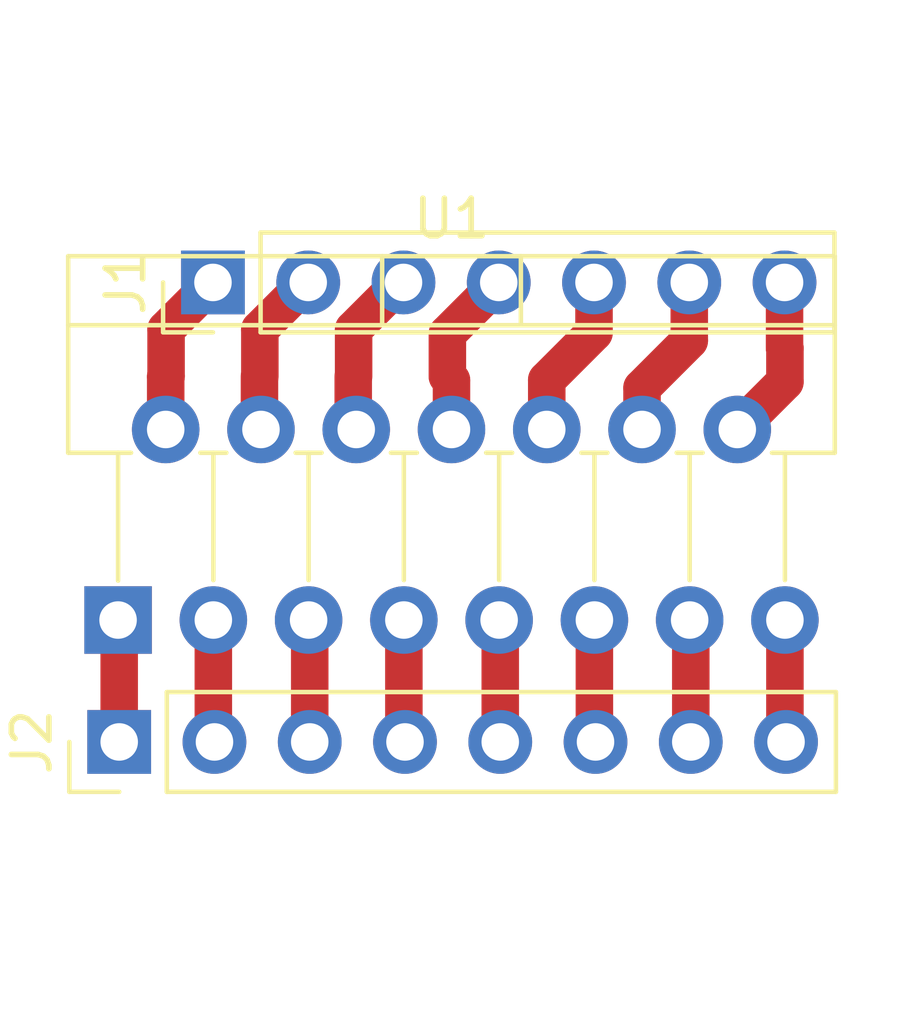
<source format=kicad_pcb>
(kicad_pcb (version 20221018) (generator pcbnew)
  (layers (0 "F.Cu" signal) (31 "B.Cu" signal) (34 "B.Paste" user) (35 "F.Paste" user) (36 "B.SilkS" user "B.Silkscreen") (37 "F.SilkS" user "F.Silkscreen") (38 "B.Mask" user) (39 "F.Mask" user) (44 "Edge.Cuts" user))
  (net 0 "")
  (net 1 "Net-(J1-Pin_1)")
  (net 2 "Net-(J1-Pin_2)")
  (net 3 "Net-(J1-Pin_3)")
  (net 4 "Net-(J1-Pin_4)")
  (net 5 "Net-(J1-Pin_5)")
  (net 6 "Net-(J1-Pin_6)")
  (net 7 "Net-(J1-Pin_7)")
  (net 8 "Net-(J2-Pin_1)")
  (net 9 "Net-(J2-Pin_2)")
  (net 10 "Net-(J2-Pin_3)")
  (net 11 "Net-(J2-Pin_4)")
  (net 12 "Net-(J2-Pin_5)")
  (net 13 "Net-(J2-Pin_6)")
  (net 14 "Net-(J2-Pin_7)")
  (net 15 "Net-(J2-Pin_8)")
  (footprint "Connector_PinHeader_2.54mm:PinHeader_1x07_P2.54mm_Vertical" (layer "F.Cu") (at 144.5 85.25 90)
    (fp_text reference "J1" (at 0 -2.33 90) (layer "F.SilkS"))
    (fp_text value "Conn_01x07_Socket")
    (fp_line (start -1.33 -1.33) (end 0 -1.33) (stroke (width 0.12)) (layer "F.SilkS"))
    (fp_line (start -1.33 0) (end -1.33 -1.33) (stroke (width 0.12)) (layer "F.SilkS"))
    (fp_line (start -1.33 1.27) (end -1.33 16.57) (stroke (width 0.12)) (layer "F.SilkS"))
    (fp_line (start -1.33 1.27) (end 1.33 1.27) (stroke (width 0.12)) (layer "F.SilkS"))
    (fp_line (start -1.33 16.57) (end 1.33 16.57) (stroke (width 0.12)) (layer "F.SilkS"))
    (fp_line (start 1.33 1.27) (end 1.33 16.57) (stroke (width 0.12)) (layer "F.SilkS"))
    (pad "1" thru_hole rect (at 0 0 90) (size 1.7 1.7) (drill 1) (layers "*.Cu" "*.Mask") (net 1 "Net-(J1-Pin_1)"))
    (pad "2" thru_hole oval (at 0 2.54 90) (size 1.7 1.7) (drill 1) (layers "*.Cu" "*.Mask") (net 2 "Net-(J1-Pin_2)"))
    (pad "3" thru_hole oval (at 0 5.08 90) (size 1.7 1.7) (drill 1) (layers "*.Cu" "*.Mask") (net 3 "Net-(J1-Pin_3)"))
    (pad "4" thru_hole oval (at 0 7.62 90) (size 1.7 1.7) (drill 1) (layers "*.Cu" "*.Mask") (net 4 "Net-(J1-Pin_4)"))
    (pad "5" thru_hole oval (at 0 10.16 90) (size 1.7 1.7) (drill 1) (layers "*.Cu" "*.Mask") (net 5 "Net-(J1-Pin_5)"))
    (pad "6" thru_hole oval (at 0 12.7 90) (size 1.7 1.7) (drill 1) (layers "*.Cu" "*.Mask") (net 6 "Net-(J1-Pin_6)"))
    (pad "7" thru_hole oval (at 0 15.24 90) (size 1.7 1.7) (drill 1) (layers "*.Cu" "*.Mask") (net 7 "Net-(J1-Pin_7)"))
  )
  (footprint "Connector_PinHeader_2.54mm:PinHeader_1x08_P2.54mm_Vertical" (layer "F.Cu") (at 142 97.5 90)
    (fp_text reference "J2" (at 0 -2.33 90) (layer "F.SilkS"))
    (fp_text value "Conn_01x08_Socket")
    (fp_line (start -1.33 -1.33) (end 0 -1.33) (stroke (width 0.12)) (layer "F.SilkS"))
    (fp_line (start -1.33 0) (end -1.33 -1.33) (stroke (width 0.12)) (layer "F.SilkS"))
    (fp_line (start -1.33 1.27) (end -1.33 19.11) (stroke (width 0.12)) (layer "F.SilkS"))
    (fp_line (start -1.33 1.27) (end 1.33 1.27) (stroke (width 0.12)) (layer "F.SilkS"))
    (fp_line (start -1.33 19.11) (end 1.33 19.11) (stroke (width 0.12)) (layer "F.SilkS"))
    (fp_line (start 1.33 1.27) (end 1.33 19.11) (stroke (width 0.12)) (layer "F.SilkS"))
    (pad "1" thru_hole rect (at 0 0 90) (size 1.7 1.7) (drill 1) (layers "*.Cu" "*.Mask") (net 8 "Net-(J2-Pin_1)"))
    (pad "2" thru_hole oval (at 0 2.54 90) (size 1.7 1.7) (drill 1) (layers "*.Cu" "*.Mask") (net 9 "Net-(J2-Pin_2)"))
    (pad "3" thru_hole oval (at 0 5.08 90) (size 1.7 1.7) (drill 1) (layers "*.Cu" "*.Mask") (net 10 "Net-(J2-Pin_3)"))
    (pad "4" thru_hole oval (at 0 7.62 90) (size 1.7 1.7) (drill 1) (layers "*.Cu" "*.Mask") (net 11 "Net-(J2-Pin_4)"))
    (pad "5" thru_hole oval (at 0 10.16 90) (size 1.7 1.7) (drill 1) (layers "*.Cu" "*.Mask") (net 12 "Net-(J2-Pin_5)"))
    (pad "6" thru_hole oval (at 0 12.7 90) (size 1.7 1.7) (drill 1) (layers "*.Cu" "*.Mask") (net 13 "Net-(J2-Pin_6)"))
    (pad "7" thru_hole oval (at 0 15.24 90) (size 1.7 1.7) (drill 1) (layers "*.Cu" "*.Mask") (net 14 "Net-(J2-Pin_7)"))
    (pad "8" thru_hole oval (at 0 17.78 90) (size 1.7 1.7) (drill 1) (layers "*.Cu" "*.Mask") (net 15 "Net-(J2-Pin_8)"))
  )
  (footprint "Package_TO_SOT_THT:TO-220-15_P2.54x2.54mm_StaggerOdd_Lead4.58mm_Vertical" (layer "F.Cu") (at 141.97 94.25)
    (fp_text reference "U1" (at 8.89 -10.7) (layer "F.SilkS"))
    (fp_text value "TDA7377")
    (fp_line (start -1.33 -9.7) (end -1.33 -4.459) (stroke (width 0.12)) (layer "F.SilkS"))
    (fp_line (start -1.33 -9.7) (end 19.11 -9.7) (stroke (width 0.12)) (layer "F.SilkS"))
    (fp_line (start -1.33 -7.86) (end 19.11 -7.86) (stroke (width 0.12)) (layer "F.SilkS"))
    (fp_line (start -1.33 -4.459) (end 0.346 -4.459) (stroke (width 0.12)) (layer "F.SilkS"))
    (fp_line (start 0 -4.459) (end 0 -1.05) (stroke (width 0.12)) (layer "F.SilkS"))
    (fp_line (start 2.195 -4.459) (end 2.886 -4.459) (stroke (width 0.12)) (layer "F.SilkS"))
    (fp_line (start 2.54 -4.459) (end 2.54 -1.065) (stroke (width 0.12)) (layer "F.SilkS"))
    (fp_line (start 4.735 -4.459) (end 5.426 -4.459) (stroke (width 0.12)) (layer "F.SilkS"))
    (fp_line (start 5.08 -4.459) (end 5.08 -1.065) (stroke (width 0.12)) (layer "F.SilkS"))
    (fp_line (start 7.041 -9.7) (end 7.041 -7.86) (stroke (width 0.12)) (layer "F.SilkS"))
    (fp_line (start 7.275 -4.459) (end 7.966 -4.459) (stroke (width 0.12)) (layer "F.SilkS"))
    (fp_line (start 7.62 -4.459) (end 7.62 -1.065) (stroke (width 0.12)) (layer "F.SilkS"))
    (fp_line (start 9.815 -4.459) (end 10.506 -4.459) (stroke (width 0.12)) (layer "F.SilkS"))
    (fp_line (start 10.16 -4.459) (end 10.16 -1.065) (stroke (width 0.12)) (layer "F.SilkS"))
    (fp_line (start 10.74 -9.7) (end 10.74 -7.86) (stroke (width 0.12)) (layer "F.SilkS"))
    (fp_line (start 12.355 -4.459) (end 13.046 -4.459) (stroke (width 0.12)) (layer "F.SilkS"))
    (fp_line (start 12.7 -4.459) (end 12.7 -1.065) (stroke (width 0.12)) (layer "F.SilkS"))
    (fp_line (start 14.895 -4.459) (end 15.586 -4.459) (stroke (width 0.12)) (layer "F.SilkS"))
    (fp_line (start 15.24 -4.459) (end 15.24 -1.065) (stroke (width 0.12)) (layer "F.SilkS"))
    (fp_line (start 17.435 -4.459) (end 19.11 -4.459) (stroke (width 0.12)) (layer "F.SilkS"))
    (fp_line (start 17.78 -4.459) (end 17.78 -1.065) (stroke (width 0.12)) (layer "F.SilkS"))
    (fp_line (start 19.11 -9.7) (end 19.11 -4.459) (stroke (width 0.12)) (layer "F.SilkS"))
    (pad "1" thru_hole rect (at 0 0) (size 1.8 1.8) (drill 1) (layers "*.Cu" "*.Mask") (net 8 "Net-(J2-Pin_1)"))
    (pad "2" thru_hole oval (at 1.27 -5.08) (size 1.8 1.8) (drill 1) (layers "*.Cu" "*.Mask") (net 1 "Net-(J1-Pin_1)"))
    (pad "3" thru_hole oval (at 2.54 0) (size 1.8 1.8) (drill 1) (layers "*.Cu" "*.Mask") (net 9 "Net-(J2-Pin_2)"))
    (pad "4" thru_hole oval (at 3.81 -5.08) (size 1.8 1.8) (drill 1) (layers "*.Cu" "*.Mask") (net 2 "Net-(J1-Pin_2)"))
    (pad "5" thru_hole oval (at 5.08 0) (size 1.8 1.8) (drill 1) (layers "*.Cu" "*.Mask") (net 10 "Net-(J2-Pin_3)"))
    (pad "6" thru_hole oval (at 6.35 -5.08) (size 1.8 1.8) (drill 1) (layers "*.Cu" "*.Mask") (net 3 "Net-(J1-Pin_3)"))
    (pad "7" thru_hole oval (at 7.62 0) (size 1.8 1.8) (drill 1) (layers "*.Cu" "*.Mask") (net 11 "Net-(J2-Pin_4)"))
    (pad "8" thru_hole oval (at 8.89 -5.08) (size 1.8 1.8) (drill 1) (layers "*.Cu" "*.Mask") (net 4 "Net-(J1-Pin_4)"))
    (pad "9" thru_hole oval (at 10.16 0) (size 1.8 1.8) (drill 1) (layers "*.Cu" "*.Mask") (net 12 "Net-(J2-Pin_5)"))
    (pad "10" thru_hole oval (at 11.43 -5.08) (size 1.8 1.8) (drill 1) (layers "*.Cu" "*.Mask") (net 5 "Net-(J1-Pin_5)"))
    (pad "11" thru_hole oval (at 12.7 0) (size 1.8 1.8) (drill 1) (layers "*.Cu" "*.Mask") (net 13 "Net-(J2-Pin_6)"))
    (pad "12" thru_hole oval (at 13.97 -5.08) (size 1.8 1.8) (drill 1) (layers "*.Cu" "*.Mask") (net 6 "Net-(J1-Pin_6)"))
    (pad "13" thru_hole oval (at 15.24 0) (size 1.8 1.8) (drill 1) (layers "*.Cu" "*.Mask") (net 14 "Net-(J2-Pin_7)"))
    (pad "14" thru_hole oval (at 16.51 -5.08) (size 1.8 1.8) (drill 1) (layers "*.Cu" "*.Mask") (net 7 "Net-(J1-Pin_7)"))
    (pad "15" thru_hole oval (at 17.78 0) (size 1.8 1.8) (drill 1) (layers "*.Cu" "*.Mask") (net 15 "Net-(J2-Pin_8)"))
  )
  (segment (start 144.5 85.25) (end 143.25 86.5) (width 1) (layer "F.Cu") (net 1))
  (segment (start 143.25 86.5) (end 143.25 87.75) (width 1) (layer "F.Cu") (net 1))
  (segment (start 143.24 87.76) (end 143.24 89.17) (width 1) (layer "F.Cu") (net 1))
  (segment (start 143.25 87.75) (end 143.24 87.76) (width 1) (layer "F.Cu") (net 1))
  (segment (start 147 85.25) (end 145.75 86.5) (width 1) (layer "F.Cu") (net 2))
  (segment (start 145.75 86.5) (end 145.75 87.75) (width 1) (layer "F.Cu") (net 2))
  (segment (start 145.74 87.76) (end 145.74 89.17) (width 1) (layer "F.Cu") (net 2))
  (segment (start 149.5 85.25) (end 148.25 86.5) (width 1) (layer "F.Cu") (net 3))
  (segment (start 148.25 86.5) (end 148.25 87.75) (width 1) (layer "F.Cu") (net 3))
  (segment (start 148.24 87.76) (end 148.24 89.17) (width 1) (layer "F.Cu") (net 3))
  (segment (start 150.75 86.62) (end 150.75 87.75) (width 1) (layer "F.Cu") (net 4))
  (segment (start 150.86 87.86) (end 150.86 89.17) (width 1) (layer "F.Cu") (net 4))
  (segment (start 152.12 85.25) (end 150.75 86.62) (width 1) (layer "F.Cu") (net 4))
  (segment (start 150.75 87.75) (end 150.86 87.86) (width 1) (layer "F.Cu") (net 4))
  (segment (start 154.66 85.25) (end 154.66 86.59) (width 1) (layer "F.Cu") (net 5))
  (segment (start 154.66 86.59) (end 153.4 87.85) (width 1) (layer "F.Cu") (net 5))
  (segment (start 153.4 87.85) (end 153.4 89.17) (width 1) (layer "F.Cu") (net 5))
  (segment (start 155.94 88.06) (end 155.94 89.17) (width 1) (layer "F.Cu") (net 6))
  (segment (start 157.2 86.8) (end 155.94 88.06) (width 1) (layer "F.Cu") (net 6))
  (segment (start 157.2 85.25) (end 157.2 86.8) (width 1) (layer "F.Cu") (net 6))
  (segment (start 159.75 87.9) (end 159.75 87) (width 1) (layer "F.Cu") (net 7))
  (segment (start 158.48 89.17) (end 159.75 87.9) (width 1) (layer "F.Cu") (net 7))
  (segment (start 159.74 86.99) (end 159.74 85.25) (width 1) (layer "F.Cu") (net 7))
  (segment (start 159.75 87) (end 159.74 86.99) (width 1) (layer "F.Cu") (net 7))
  (segment (start 142 94.28) (end 141.97 94.25) (width 1) (layer "F.Cu") (net 8))
  (segment (start 142 97.5) (end 142 94.28) (width 1) (layer "F.Cu") (net 8))
  (segment (start 144.51 94.25) (end 144.51 97.47) (width 1) (layer "F.Cu") (net 9))
  (segment (start 144.51 97.47) (end 144.54 97.5) (width 1) (layer "F.Cu") (net 9))
  (segment (start 147.08 97.5) (end 147.08 94.28) (width 1) (layer "F.Cu") (net 10))
  (segment (start 147.08 94.28) (end 147.05 94.25) (width 1) (layer "F.Cu") (net 10))
  (segment (start 149.59 94.25) (end 149.59 97.47) (width 1) (layer "F.Cu") (net 11))
  (segment (start 149.59 97.47) (end 149.62 97.5) (width 1) (layer "F.Cu") (net 11))
  (segment (start 152.16 97.5) (end 152.16 94.28) (width 1) (layer "F.Cu") (net 12))
  (segment (start 152.16 94.28) (end 152.13 94.25) (width 1) (layer "F.Cu") (net 12))
  (segment (start 154.67 94.25) (end 154.67 97.47) (width 1) (layer "F.Cu") (net 13))
  (segment (start 154.67 97.47) (end 154.7 97.5) (width 1) (layer "F.Cu") (net 13))
  (segment (start 157.24 97.5) (end 157.24 94.28) (width 1) (layer "F.Cu") (net 14))
  (segment (start 157.24 94.28) (end 157.21 94.25) (width 1) (layer "F.Cu") (net 14))
  (segment (start 159.75 97.47) (end 159.78 97.5) (width 1) (layer "F.Cu") (net 15))
  (segment (start 159.75 94.25) (end 159.75 97.47) (width 1) (layer "F.Cu") (net 15))
)
</source>
